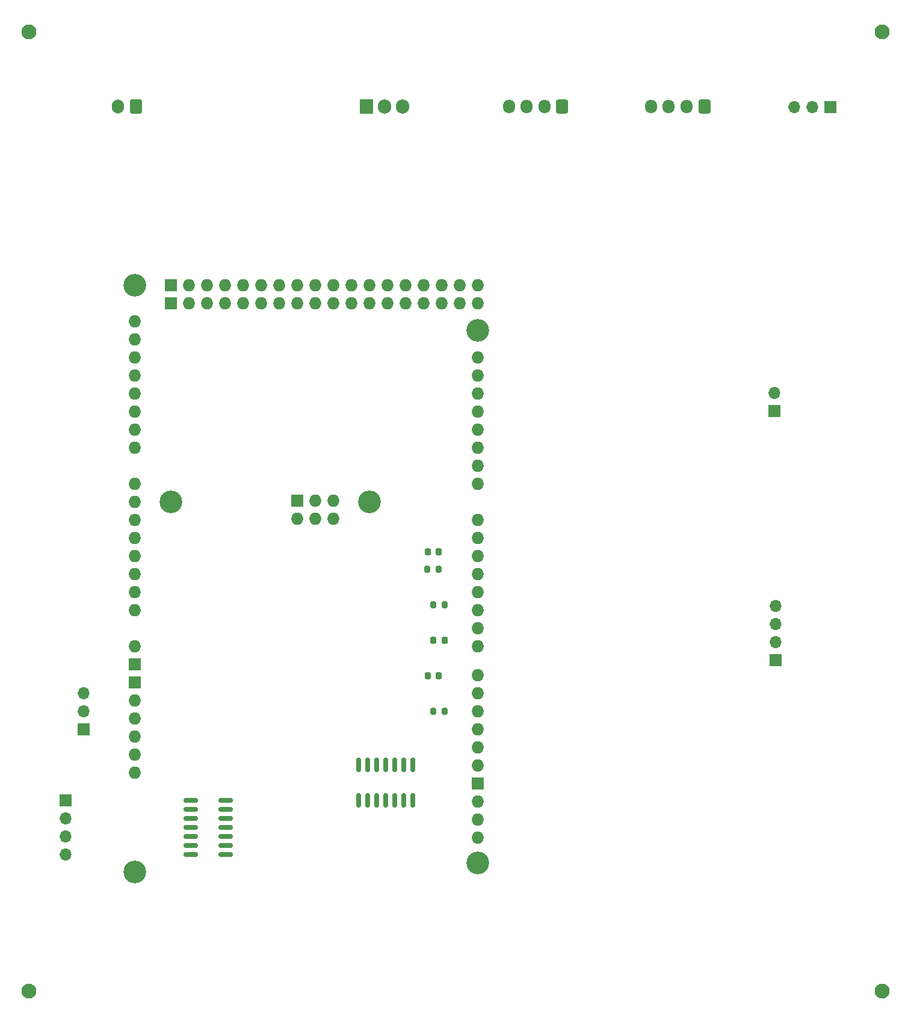
<source format=gbr>
%TF.GenerationSoftware,KiCad,Pcbnew,(7.0.0)*%
%TF.CreationDate,2024-02-08T18:30:53+01:00*%
%TF.ProjectId,AbuDhabi_ElectronBeam,41627544-6861-4626-995f-456c65637472,rev?*%
%TF.SameCoordinates,PXa6e49c0PYcef2840*%
%TF.FileFunction,Soldermask,Bot*%
%TF.FilePolarity,Negative*%
%FSLAX46Y46*%
G04 Gerber Fmt 4.6, Leading zero omitted, Abs format (unit mm)*
G04 Created by KiCad (PCBNEW (7.0.0)) date 2024-02-08 18:30:53*
%MOMM*%
%LPD*%
G01*
G04 APERTURE LIST*
G04 Aperture macros list*
%AMRoundRect*
0 Rectangle with rounded corners*
0 $1 Rounding radius*
0 $2 $3 $4 $5 $6 $7 $8 $9 X,Y pos of 4 corners*
0 Add a 4 corners polygon primitive as box body*
4,1,4,$2,$3,$4,$5,$6,$7,$8,$9,$2,$3,0*
0 Add four circle primitives for the rounded corners*
1,1,$1+$1,$2,$3*
1,1,$1+$1,$4,$5*
1,1,$1+$1,$6,$7*
1,1,$1+$1,$8,$9*
0 Add four rect primitives between the rounded corners*
20,1,$1+$1,$2,$3,$4,$5,0*
20,1,$1+$1,$4,$5,$6,$7,0*
20,1,$1+$1,$6,$7,$8,$9,0*
20,1,$1+$1,$8,$9,$2,$3,0*%
G04 Aperture macros list end*
%ADD10RoundRect,0.250000X0.600000X0.750000X-0.600000X0.750000X-0.600000X-0.750000X0.600000X-0.750000X0*%
%ADD11O,1.700000X2.000000*%
%ADD12R,1.905000X2.000000*%
%ADD13O,1.905000X2.000000*%
%ADD14RoundRect,0.250000X0.600000X0.725000X-0.600000X0.725000X-0.600000X-0.725000X0.600000X-0.725000X0*%
%ADD15O,1.700000X1.950000*%
%ADD16C,2.100000*%
%ADD17R,1.700000X1.700000*%
%ADD18O,1.700000X1.700000*%
%ADD19RoundRect,0.225000X0.225000X0.250000X-0.225000X0.250000X-0.225000X-0.250000X0.225000X-0.250000X0*%
%ADD20RoundRect,0.200000X0.200000X0.275000X-0.200000X0.275000X-0.200000X-0.275000X0.200000X-0.275000X0*%
%ADD21RoundRect,0.200000X-0.200000X-0.275000X0.200000X-0.275000X0.200000X0.275000X-0.200000X0.275000X0*%
%ADD22RoundRect,0.150000X-0.825000X-0.150000X0.825000X-0.150000X0.825000X0.150000X-0.825000X0.150000X0*%
%ADD23RoundRect,0.150000X-0.150000X0.825000X-0.150000X-0.825000X0.150000X-0.825000X0.150000X0.825000X0*%
%ADD24C,3.200000*%
%ADD25O,1.727200X1.727200*%
%ADD26R,1.727200X1.727200*%
G04 APERTURE END LIST*
D10*
%TO.C,J19*%
X20000000Y129500000D03*
D11*
X17499999Y129499999D03*
%TD*%
D12*
%TO.C,U2*%
X52419999Y129499999D03*
D13*
X54959999Y129499999D03*
X57499999Y129499999D03*
%TD*%
D14*
%TO.C,J12*%
X100000000Y129500000D03*
D15*
X97499999Y129499999D03*
X94999999Y129499999D03*
X92499999Y129499999D03*
%TD*%
D16*
%TO.C,REF\u002A\u002A*%
X5000000Y140000000D03*
%TD*%
%TO.C,REF\u002A\u002A*%
X125000000Y5000000D03*
%TD*%
D17*
%TO.C,J2*%
X117696499Y129343499D03*
D18*
X115156499Y129343499D03*
X112616499Y129343499D03*
%TD*%
D16*
%TO.C,REF\u002A\u002A*%
X125000000Y140000000D03*
%TD*%
D17*
%TO.C,J3*%
X12656499Y41803499D03*
D18*
X12656499Y44343499D03*
X12656499Y46883499D03*
%TD*%
D17*
%TO.C,J1*%
X109999999Y51606999D03*
D18*
X109999999Y54146999D03*
X109999999Y56686999D03*
X109999999Y59226999D03*
%TD*%
D16*
%TO.C,REF\u002A\u002A*%
X5000000Y5000000D03*
%TD*%
D14*
%TO.C,J13*%
X80000000Y129500000D03*
D15*
X77499999Y129499999D03*
X74999999Y129499999D03*
X72499999Y129499999D03*
%TD*%
D19*
%TO.C,C9*%
X63431500Y54343500D03*
X61881500Y54343500D03*
%TD*%
%TO.C,C8*%
X62656500Y49343500D03*
X61106500Y49343500D03*
%TD*%
D20*
%TO.C,R19*%
X63481500Y44343500D03*
X61831500Y44343500D03*
%TD*%
D21*
%TO.C,R18*%
X61006500Y64343500D03*
X62656500Y64343500D03*
%TD*%
%TO.C,R20*%
X61831500Y59343500D03*
X63481500Y59343500D03*
%TD*%
D19*
%TO.C,C7*%
X62656500Y66843500D03*
X61106500Y66843500D03*
%TD*%
D22*
%TO.C,U6*%
X27706500Y24223500D03*
X27706500Y25493500D03*
X27706500Y26763500D03*
X27706500Y28033500D03*
X27706500Y29303500D03*
X27706500Y30573500D03*
X27706500Y31843500D03*
X32656500Y31843500D03*
X32656500Y30573500D03*
X32656500Y29303500D03*
X32656500Y28033500D03*
X32656500Y26763500D03*
X32656500Y25493500D03*
X32656500Y24223500D03*
%TD*%
D17*
%TO.C,J16*%
X109897999Y86646999D03*
D18*
X109897999Y89186999D03*
%TD*%
D17*
%TO.C,J18*%
X10156499Y31843499D03*
D18*
X10156499Y29303499D03*
X10156499Y26763499D03*
X10156499Y24223499D03*
%TD*%
D23*
%TO.C,U1*%
X51346500Y36818500D03*
X52616500Y36818500D03*
X53886500Y36818500D03*
X55156500Y36818500D03*
X56426500Y36818500D03*
X57696500Y36818500D03*
X58966500Y36818500D03*
X58966500Y31868500D03*
X57696500Y31868500D03*
X56426500Y31868500D03*
X55156500Y31868500D03*
X53886500Y31868500D03*
X52616500Y31868500D03*
X51346500Y31868500D03*
%TD*%
D24*
%TO.C,A3*%
X19876500Y21793500D03*
X68136500Y23063500D03*
D25*
X19876499Y35763499D03*
D24*
X24956500Y73863500D03*
X52896500Y73863500D03*
X68136500Y97993500D03*
X19876500Y104343500D03*
D25*
X19876499Y43383499D03*
X19876499Y45923499D03*
X47816499Y73990499D03*
X68136499Y101803499D03*
X68136499Y104343499D03*
X19876499Y58623499D03*
X19876499Y61163499D03*
X19876499Y63703499D03*
X19876499Y66243499D03*
X19876499Y68783499D03*
X19876499Y71323499D03*
X19876499Y73863499D03*
X19876499Y76403499D03*
X19876499Y81483499D03*
X19876499Y84023499D03*
X19876499Y86563499D03*
X19876499Y89103499D03*
X19876499Y91643499D03*
X19876499Y94183499D03*
X19876499Y96723499D03*
X19876499Y99263499D03*
X68136499Y31699499D03*
X68136499Y71323499D03*
X68136499Y68783499D03*
X68136499Y66243499D03*
X68136499Y63703499D03*
X68136499Y61163499D03*
X68136499Y58623499D03*
X68136499Y56083499D03*
X68136499Y53543499D03*
X68136499Y49479499D03*
X68136499Y46939499D03*
X68136499Y44399499D03*
X68136499Y41859499D03*
X68136499Y39319499D03*
X68136499Y36779499D03*
X68136499Y76403499D03*
X68136499Y78943499D03*
X68136499Y81483499D03*
X68136499Y84023499D03*
X68136499Y86563499D03*
X68136499Y89103499D03*
X68136499Y91643499D03*
X68136499Y94183499D03*
X65596499Y101803499D03*
X65596499Y104343499D03*
X63056499Y101803499D03*
X63056499Y104343499D03*
X60516499Y101803499D03*
X60516499Y104343499D03*
X57976499Y101803499D03*
X57976499Y104343499D03*
X55436499Y101803499D03*
X55436499Y104343499D03*
X52896499Y101803499D03*
X52896499Y104343499D03*
X50356499Y101803499D03*
X50356499Y104343499D03*
X47816499Y101803499D03*
X47816499Y104343499D03*
X45276499Y101803499D03*
X45276499Y104343499D03*
X42736499Y101803499D03*
X42736499Y104343499D03*
X40196499Y101803499D03*
X40196499Y104343499D03*
X37656499Y101803499D03*
X37656499Y104343499D03*
X35116499Y101803499D03*
X35116499Y104343499D03*
X32576499Y101803499D03*
X32576499Y104343499D03*
X30036499Y101803499D03*
X30036499Y104343499D03*
X27496499Y101803499D03*
X27496499Y104343499D03*
D26*
X68136499Y34239499D03*
X19876499Y48463499D03*
X19876499Y51003499D03*
X42736499Y73990499D03*
X24956499Y101803499D03*
X24956499Y104343499D03*
D25*
X19876499Y38303499D03*
X47816499Y71450499D03*
X45276499Y73990499D03*
X19876499Y40843499D03*
X42736499Y71450499D03*
X45276499Y71450499D03*
X68136499Y26619499D03*
X68136499Y29159499D03*
X19876499Y53543499D03*
%TD*%
M02*

</source>
